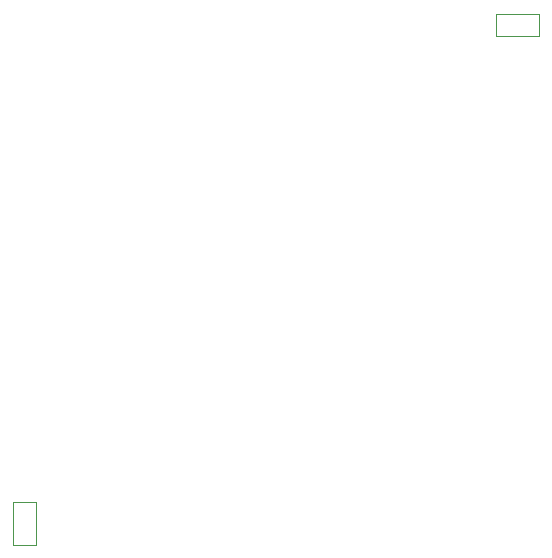
<source format=gbr>
%TF.GenerationSoftware,Altium Limited,Altium Designer,25.7.1 (20)*%
G04 Layer_Color=3326705*
%FSLAX45Y45*%
%MOMM*%
%TF.SameCoordinates,1AA72D45-9F13-4BD8-B423-63960E99F270*%
%TF.FilePolarity,Positive*%
%TF.FileFunction,Other,Top_Gold_Plating*%
%TF.Part,Single*%
G01*
G75*
%TA.AperFunction,NonConductor*%
%ADD108C,0.02540*%
D108*
X6110275Y5194732D02*
X6469482D01*
Y5385232D01*
X6110275D02*
X6469482D01*
X6110275Y5194732D02*
Y5385232D01*
X2212035Y889102D02*
Y1248308D01*
X2021535D02*
X2212035D01*
X2021535Y889102D02*
Y1248308D01*
Y889102D02*
X2212035D01*
%TF.MD5,3c6be2f97297ead527bf541498aa7765*%
M02*

</source>
